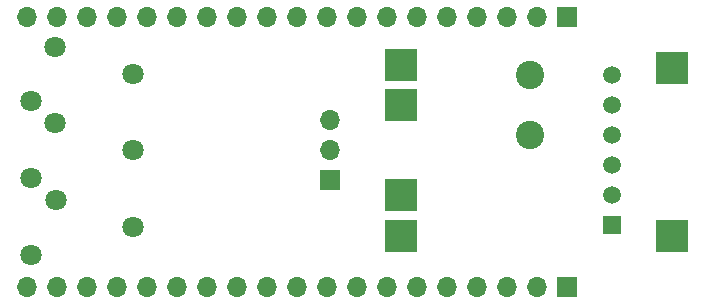
<source format=gbr>
%TF.GenerationSoftware,KiCad,Pcbnew,(7.0.0)*%
%TF.CreationDate,2023-03-09T18:41:40-05:00*%
%TF.ProjectId,Intervalometer,496e7465-7276-4616-9c6f-6d657465722e,rev?*%
%TF.SameCoordinates,Original*%
%TF.FileFunction,Soldermask,Top*%
%TF.FilePolarity,Negative*%
%FSLAX46Y46*%
G04 Gerber Fmt 4.6, Leading zero omitted, Abs format (unit mm)*
G04 Created by KiCad (PCBNEW (7.0.0)) date 2023-03-09 18:41:40*
%MOMM*%
%LPD*%
G01*
G04 APERTURE LIST*
%ADD10R,1.530000X1.530000*%
%ADD11C,1.530000*%
%ADD12R,1.508000X1.508000*%
%ADD13C,1.508000*%
%ADD14C,2.400000*%
%ADD15R,1.700000X1.700000*%
%ADD16O,1.700000X1.700000*%
%ADD17R,2.800000X2.800000*%
%ADD18C,1.800000*%
G04 APERTURE END LIST*
D10*
%TO.C,U2*%
X152389999Y-76189999D03*
D11*
X149850000Y-76190000D03*
X147310000Y-76190000D03*
X144770000Y-76190000D03*
X142230000Y-76190000D03*
X139690000Y-76190000D03*
X137150000Y-76190000D03*
X134610000Y-76190000D03*
X132070000Y-76190000D03*
X129530000Y-76190000D03*
X126990000Y-76190000D03*
X124450000Y-76190000D03*
X121910000Y-76190000D03*
X119370000Y-76190000D03*
X116830000Y-76190000D03*
X114290000Y-76190000D03*
X111750000Y-76190000D03*
X109210000Y-76190000D03*
X106670000Y-76190000D03*
X106670000Y-99050000D03*
X109210000Y-99050000D03*
X111750000Y-99050000D03*
X114290000Y-99050000D03*
X116830000Y-99050000D03*
X119370000Y-99050000D03*
X121910000Y-99050000D03*
X124450000Y-99050000D03*
X126990000Y-99050000D03*
X129530000Y-99050000D03*
X132070000Y-99050000D03*
X134610000Y-99050000D03*
X137150000Y-99050000D03*
X139690000Y-99050000D03*
X142230000Y-99050000D03*
X144770000Y-99050000D03*
X147310000Y-99050000D03*
X149850000Y-99050000D03*
X152390000Y-99050000D03*
%TD*%
D12*
%TO.C,U1*%
X156206450Y-93876524D03*
D13*
X156206451Y-91336525D03*
X156206451Y-88796525D03*
X156206451Y-86256525D03*
X156206451Y-83716525D03*
X156206451Y-81176525D03*
%TD*%
D14*
%TO.C,J6*%
X149263100Y-81108811D03*
%TD*%
%TO.C,J5*%
X149263100Y-86188811D03*
%TD*%
D15*
%TO.C,J10*%
X152399999Y-99059999D03*
D16*
X149859999Y-99059999D03*
X147319999Y-99059999D03*
X144779999Y-99059999D03*
X142239999Y-99059999D03*
X139699999Y-99059999D03*
X137159999Y-99059999D03*
X134619999Y-99059999D03*
X132079999Y-99059999D03*
X129539999Y-99059999D03*
X126999999Y-99059999D03*
X124459999Y-99059999D03*
X121919999Y-99059999D03*
X119379999Y-99059999D03*
X116839999Y-99059999D03*
X114299999Y-99059999D03*
X111759999Y-99059999D03*
X109219999Y-99059999D03*
X106679999Y-99059999D03*
%TD*%
D15*
%TO.C,J9*%
X152399999Y-76199999D03*
D16*
X149859999Y-76199999D03*
X147319999Y-76199999D03*
X144779999Y-76199999D03*
X142239999Y-76199999D03*
X139699999Y-76199999D03*
X137159999Y-76199999D03*
X134619999Y-76199999D03*
X132079999Y-76199999D03*
X129539999Y-76199999D03*
X126999999Y-76199999D03*
X124459999Y-76199999D03*
X121919999Y-76199999D03*
X119379999Y-76199999D03*
X116839999Y-76199999D03*
X114299999Y-76199999D03*
X111759999Y-76199999D03*
X109219999Y-76199999D03*
X106679999Y-76199999D03*
%TD*%
D15*
%TO.C,J14*%
X138383437Y-91262263D03*
%TD*%
%TO.C,J13*%
X138390983Y-94769935D03*
%TD*%
%TO.C,J12*%
X138357667Y-83674214D03*
%TD*%
%TO.C,J11*%
X138389337Y-80265283D03*
%TD*%
%TO.C,J7*%
X161236544Y-80557198D03*
%TD*%
%TO.C,J8*%
X161250993Y-94780291D03*
%TD*%
%TO.C,J4*%
X132382790Y-90035467D03*
D16*
X132382790Y-87495467D03*
X132382790Y-84955467D03*
%TD*%
D17*
%TO.C,U3*%
X161267858Y-94770044D03*
X161267858Y-80570044D03*
X138367858Y-94770044D03*
X138367858Y-80270044D03*
X138367858Y-91270044D03*
X138367858Y-83670044D03*
%TD*%
D18*
%TO.C,J1*%
X109071992Y-85219026D03*
X107025855Y-89823643D03*
X115656745Y-87513036D03*
%TD*%
%TO.C,J3*%
X109116876Y-91741977D03*
X107070739Y-96346594D03*
X115701629Y-94035987D03*
%TD*%
%TO.C,J2*%
X109071992Y-78749274D03*
X107025855Y-83353891D03*
X115656745Y-81043284D03*
%TD*%
M02*

</source>
